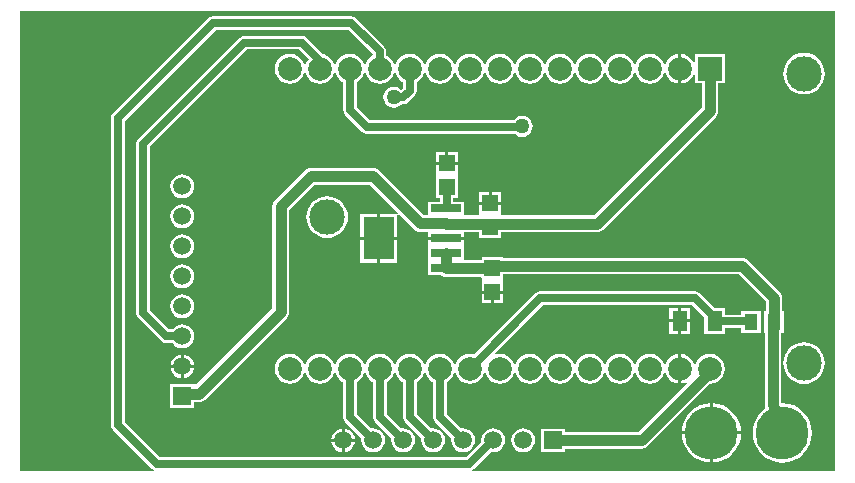
<source format=gtl>
G04*
G04 #@! TF.GenerationSoftware,Altium Limited,Altium Designer,20.2.3 (150)*
G04*
G04 Layer_Physical_Order=1*
G04 Layer_Color=255*
%FSLAX44Y44*%
%MOMM*%
G71*
G04*
G04 #@! TF.SameCoordinates,5F06F80F-724F-48A1-AB94-725DB31EE99F*
G04*
G04*
G04 #@! TF.FilePolarity,Positive*
G04*
G01*
G75*
%ADD16R,1.1325X1.3770*%
%ADD17R,1.2075X1.7010*%
%ADD18R,1.3500X1.4100*%
%ADD19R,2.5950X3.6000*%
%ADD20R,2.5950X0.6440*%
%ADD34C,0.6350*%
%ADD35C,0.8890*%
%ADD36C,3.0000*%
%ADD37C,2.0000*%
%ADD38R,2.0000X2.0000*%
%ADD39C,1.5000*%
%ADD40R,1.5000X1.5000*%
%ADD41R,1.5000X1.5000*%
%ADD42C,4.5000*%
%ADD43C,1.2700*%
G36*
X694615Y-394641D02*
X387945D01*
X387775Y-394151D01*
X387734Y-393371D01*
X389438Y-392232D01*
X403493Y-378177D01*
X405384Y-378427D01*
X408005Y-378081D01*
X410448Y-377070D01*
X412545Y-375461D01*
X414154Y-373363D01*
X415166Y-370921D01*
X415511Y-368300D01*
X415166Y-365679D01*
X414154Y-363237D01*
X412545Y-361139D01*
X410448Y-359530D01*
X408005Y-358518D01*
X405384Y-358173D01*
X402763Y-358518D01*
X400321Y-359530D01*
X398224Y-361139D01*
X396614Y-363237D01*
X395603Y-365679D01*
X395258Y-368300D01*
X395448Y-369742D01*
X382904Y-382285D01*
X123064D01*
X93457Y-352678D01*
Y-97918D01*
X170562Y-20813D01*
X282828D01*
X303410Y-41395D01*
X303289Y-42628D01*
X303258Y-42640D01*
X300638Y-44650D01*
X298628Y-47270D01*
X297569Y-49827D01*
X296195D01*
X295136Y-47270D01*
X293126Y-44650D01*
X290506Y-42640D01*
X287456Y-41377D01*
X284182Y-40946D01*
X280908Y-41377D01*
X277858Y-42640D01*
X275238Y-44650D01*
X273228Y-47270D01*
X272169Y-49827D01*
X270795D01*
X269736Y-47270D01*
X267726Y-44650D01*
X265106Y-42640D01*
X262056Y-41377D01*
X260972Y-41234D01*
X260291Y-40214D01*
X247452Y-27376D01*
X245562Y-26113D01*
X243332Y-25669D01*
X194818D01*
X192588Y-26113D01*
X190698Y-27376D01*
X104846Y-113228D01*
X103583Y-115118D01*
X103139Y-117348D01*
Y-260350D01*
X103583Y-262580D01*
X104846Y-264470D01*
X124658Y-284282D01*
X126548Y-285545D01*
X128778Y-285989D01*
X134056D01*
X135080Y-287323D01*
X137177Y-288932D01*
X139619Y-289943D01*
X142240Y-290289D01*
X144861Y-289943D01*
X147303Y-288932D01*
X149401Y-287323D01*
X151010Y-285225D01*
X152022Y-282783D01*
X152367Y-280162D01*
X152022Y-277541D01*
X151010Y-275098D01*
X149401Y-273001D01*
X147303Y-271392D01*
X144861Y-270380D01*
X142240Y-270035D01*
X139619Y-270380D01*
X137177Y-271392D01*
X135080Y-273001D01*
X134056Y-274335D01*
X131192D01*
X114793Y-257936D01*
Y-119762D01*
X197232Y-37323D01*
X240918D01*
X249147Y-45552D01*
X247828Y-47270D01*
X246769Y-49827D01*
X245395D01*
X244336Y-47270D01*
X242326Y-44650D01*
X239706Y-42640D01*
X236656Y-41377D01*
X233382Y-40946D01*
X230108Y-41377D01*
X227058Y-42640D01*
X224438Y-44650D01*
X222428Y-47270D01*
X221165Y-50320D01*
X220734Y-53594D01*
X221165Y-56868D01*
X222428Y-59918D01*
X224438Y-62538D01*
X227058Y-64548D01*
X230108Y-65811D01*
X233382Y-66242D01*
X236656Y-65811D01*
X239706Y-64548D01*
X242326Y-62538D01*
X244336Y-59918D01*
X245395Y-57361D01*
X246769D01*
X247828Y-59918D01*
X249838Y-62538D01*
X252458Y-64548D01*
X255508Y-65811D01*
X258782Y-66242D01*
X262056Y-65811D01*
X265106Y-64548D01*
X267726Y-62538D01*
X269736Y-59918D01*
X270795Y-57361D01*
X272169D01*
X273228Y-59918D01*
X275238Y-62538D01*
X277858Y-64548D01*
X278355Y-64754D01*
Y-88348D01*
X278799Y-90578D01*
X280062Y-92468D01*
X294584Y-106990D01*
X296474Y-108253D01*
X298704Y-108697D01*
X423677D01*
X423682Y-108702D01*
X425539Y-110127D01*
X427701Y-111023D01*
X430022Y-111329D01*
X432343Y-111023D01*
X434505Y-110127D01*
X436362Y-108702D01*
X437787Y-106845D01*
X438683Y-104683D01*
X438989Y-102362D01*
X438683Y-100041D01*
X437787Y-97879D01*
X436362Y-96022D01*
X434505Y-94597D01*
X432343Y-93701D01*
X430022Y-93395D01*
X427701Y-93701D01*
X425539Y-94597D01*
X423682Y-96022D01*
X422898Y-97043D01*
X301118D01*
X290009Y-85934D01*
Y-64754D01*
X290506Y-64548D01*
X293126Y-62538D01*
X295136Y-59918D01*
X296195Y-57361D01*
X297569D01*
X298628Y-59918D01*
X300638Y-62538D01*
X303258Y-64548D01*
X306308Y-65811D01*
X309582Y-66242D01*
X312856Y-65811D01*
X315906Y-64548D01*
X318526Y-62538D01*
X320536Y-59918D01*
X321595Y-57361D01*
X322969D01*
X324028Y-59918D01*
X326038Y-62538D01*
X328658Y-64548D01*
X329155Y-64754D01*
Y-69812D01*
X327613Y-71355D01*
X325793Y-69959D01*
X323631Y-69063D01*
X321310Y-68757D01*
X318989Y-69063D01*
X316827Y-69959D01*
X314970Y-71384D01*
X313545Y-73241D01*
X312649Y-75403D01*
X312343Y-77724D01*
X312649Y-80045D01*
X313545Y-82207D01*
X314970Y-84064D01*
X316827Y-85489D01*
X318989Y-86385D01*
X321310Y-86691D01*
X323631Y-86385D01*
X325793Y-85489D01*
X327650Y-84064D01*
X328044Y-83551D01*
X329484D01*
X331714Y-83107D01*
X333604Y-81844D01*
X339102Y-76346D01*
X340365Y-74456D01*
X340809Y-72226D01*
Y-64754D01*
X341306Y-64548D01*
X343926Y-62538D01*
X345936Y-59918D01*
X346995Y-57361D01*
X348369D01*
X349428Y-59918D01*
X351438Y-62538D01*
X354058Y-64548D01*
X357108Y-65811D01*
X360382Y-66242D01*
X363656Y-65811D01*
X366706Y-64548D01*
X369326Y-62538D01*
X371336Y-59918D01*
X372395Y-57361D01*
X373769D01*
X374828Y-59918D01*
X376838Y-62538D01*
X379458Y-64548D01*
X382508Y-65811D01*
X385782Y-66242D01*
X389056Y-65811D01*
X392106Y-64548D01*
X394726Y-62538D01*
X396736Y-59918D01*
X397795Y-57361D01*
X399169D01*
X400228Y-59918D01*
X402238Y-62538D01*
X404858Y-64548D01*
X407908Y-65811D01*
X411182Y-66242D01*
X414456Y-65811D01*
X417506Y-64548D01*
X420126Y-62538D01*
X422136Y-59918D01*
X423195Y-57361D01*
X424569D01*
X425628Y-59918D01*
X427638Y-62538D01*
X430258Y-64548D01*
X433308Y-65811D01*
X436582Y-66242D01*
X439856Y-65811D01*
X442906Y-64548D01*
X445526Y-62538D01*
X447536Y-59918D01*
X448595Y-57361D01*
X449969D01*
X451028Y-59918D01*
X453038Y-62538D01*
X455658Y-64548D01*
X458708Y-65811D01*
X461982Y-66242D01*
X465256Y-65811D01*
X468306Y-64548D01*
X470926Y-62538D01*
X472936Y-59918D01*
X473995Y-57361D01*
X475369D01*
X476428Y-59918D01*
X478438Y-62538D01*
X481058Y-64548D01*
X484108Y-65811D01*
X487382Y-66242D01*
X490656Y-65811D01*
X493706Y-64548D01*
X496326Y-62538D01*
X498336Y-59918D01*
X499395Y-57361D01*
X500769D01*
X501828Y-59918D01*
X503838Y-62538D01*
X506458Y-64548D01*
X509508Y-65811D01*
X512782Y-66242D01*
X516056Y-65811D01*
X519106Y-64548D01*
X521726Y-62538D01*
X523736Y-59918D01*
X524795Y-57361D01*
X526169D01*
X527228Y-59918D01*
X529238Y-62538D01*
X531858Y-64548D01*
X534908Y-65811D01*
X538182Y-66242D01*
X541456Y-65811D01*
X544506Y-64548D01*
X547126Y-62538D01*
X549136Y-59918D01*
X550195Y-57361D01*
X551569D01*
X552628Y-59918D01*
X554638Y-62538D01*
X557258Y-64548D01*
X560308Y-65811D01*
X562312Y-66075D01*
Y-53594D01*
Y-41113D01*
X560308Y-41377D01*
X557258Y-42640D01*
X554638Y-44650D01*
X552628Y-47270D01*
X551569Y-49827D01*
X550195D01*
X549136Y-47270D01*
X547126Y-44650D01*
X544506Y-42640D01*
X541456Y-41377D01*
X538182Y-40946D01*
X534908Y-41377D01*
X531858Y-42640D01*
X529238Y-44650D01*
X527228Y-47270D01*
X526169Y-49827D01*
X524795D01*
X523736Y-47270D01*
X521726Y-44650D01*
X519106Y-42640D01*
X516056Y-41377D01*
X512782Y-40946D01*
X509508Y-41377D01*
X506458Y-42640D01*
X503838Y-44650D01*
X501828Y-47270D01*
X500769Y-49827D01*
X499395D01*
X498336Y-47270D01*
X496326Y-44650D01*
X493706Y-42640D01*
X490656Y-41377D01*
X487382Y-40946D01*
X484108Y-41377D01*
X481058Y-42640D01*
X478438Y-44650D01*
X476428Y-47270D01*
X475369Y-49827D01*
X473995D01*
X472936Y-47270D01*
X470926Y-44650D01*
X468306Y-42640D01*
X465256Y-41377D01*
X461982Y-40946D01*
X458708Y-41377D01*
X455658Y-42640D01*
X453038Y-44650D01*
X451028Y-47270D01*
X449969Y-49827D01*
X448595D01*
X447536Y-47270D01*
X445526Y-44650D01*
X442906Y-42640D01*
X439856Y-41377D01*
X436582Y-40946D01*
X433308Y-41377D01*
X430258Y-42640D01*
X427638Y-44650D01*
X425628Y-47270D01*
X424569Y-49827D01*
X423195D01*
X422136Y-47270D01*
X420126Y-44650D01*
X417506Y-42640D01*
X414456Y-41377D01*
X411182Y-40946D01*
X407908Y-41377D01*
X404858Y-42640D01*
X402238Y-44650D01*
X400228Y-47270D01*
X399169Y-49827D01*
X397795D01*
X396736Y-47270D01*
X394726Y-44650D01*
X392106Y-42640D01*
X389056Y-41377D01*
X385782Y-40946D01*
X382508Y-41377D01*
X379458Y-42640D01*
X376838Y-44650D01*
X374828Y-47270D01*
X373769Y-49827D01*
X372395D01*
X371336Y-47270D01*
X369326Y-44650D01*
X366706Y-42640D01*
X363656Y-41377D01*
X360382Y-40946D01*
X357108Y-41377D01*
X354058Y-42640D01*
X351438Y-44650D01*
X349428Y-47270D01*
X348369Y-49827D01*
X346995D01*
X345936Y-47270D01*
X343926Y-44650D01*
X341306Y-42640D01*
X338256Y-41377D01*
X334982Y-40946D01*
X331708Y-41377D01*
X328658Y-42640D01*
X326038Y-44650D01*
X324028Y-47270D01*
X322969Y-49827D01*
X321595D01*
X320536Y-47270D01*
X318526Y-44650D01*
X315906Y-42640D01*
X315087Y-42301D01*
Y-39004D01*
X314643Y-36774D01*
X313380Y-34883D01*
X289362Y-10866D01*
X287472Y-9603D01*
X285242Y-9159D01*
X168148D01*
X165918Y-9603D01*
X164028Y-10866D01*
X83510Y-91384D01*
X82247Y-93274D01*
X81803Y-95504D01*
Y-355092D01*
X82247Y-357322D01*
X83510Y-359212D01*
X116530Y-392232D01*
X118234Y-393371D01*
X118193Y-394151D01*
X118023Y-394641D01*
X5155D01*
Y-5155D01*
X694615D01*
Y-394641D01*
D02*
G37*
%LPC*%
G36*
X601522Y-41054D02*
X576442D01*
Y-48554D01*
X575172Y-48806D01*
X574536Y-47270D01*
X572526Y-44650D01*
X569906Y-42640D01*
X566856Y-41377D01*
X564852Y-41113D01*
Y-53594D01*
Y-66075D01*
X566856Y-65811D01*
X569906Y-64548D01*
X572526Y-62538D01*
X574536Y-59918D01*
X575172Y-58382D01*
X576442Y-58635D01*
Y-66134D01*
X581937D01*
Y-86280D01*
X490470Y-177747D01*
X413224D01*
X412280Y-176960D01*
X412280Y-176477D01*
Y-168640D01*
X402990D01*
X393700D01*
Y-176410D01*
X393700Y-176960D01*
X392728Y-177680D01*
X381048D01*
Y-166198D01*
X371841D01*
Y-163354D01*
X375304D01*
Y-144624D01*
X375304Y-143354D01*
X375304Y-142904D01*
Y-135034D01*
X366014D01*
X356724D01*
Y-142904D01*
X356724Y-144174D01*
X356724Y-144624D01*
Y-163354D01*
X360187D01*
Y-166198D01*
X350018D01*
Y-177613D01*
X346326D01*
X308512Y-139798D01*
X307053Y-138679D01*
X305353Y-137975D01*
X303530Y-137735D01*
X250967D01*
X249144Y-137975D01*
X247444Y-138679D01*
X245985Y-139798D01*
X220570Y-165213D01*
X219451Y-166672D01*
X218747Y-168372D01*
X218507Y-170195D01*
Y-256416D01*
X153550Y-321372D01*
X152280Y-320922D01*
Y-320922D01*
X132200D01*
Y-341002D01*
X152280D01*
Y-335810D01*
X156122D01*
X157945Y-335570D01*
X159644Y-334866D01*
X161103Y-333746D01*
X230534Y-264316D01*
X231653Y-262857D01*
X232357Y-261157D01*
X232597Y-259334D01*
Y-173113D01*
X253885Y-151825D01*
X300612D01*
X324502Y-175715D01*
X323808Y-176818D01*
X322948Y-176818D01*
X309853D01*
Y-196088D01*
X324098D01*
Y-178051D01*
X324098Y-177108D01*
X325201Y-176414D01*
X338426Y-189640D01*
X339885Y-190759D01*
X341585Y-191463D01*
X343408Y-191703D01*
X350018D01*
Y-196088D01*
X381048D01*
Y-191770D01*
X393700D01*
Y-196960D01*
X412280D01*
Y-191838D01*
X493388D01*
X495211Y-191597D01*
X496910Y-190894D01*
X498369Y-189774D01*
X593964Y-94180D01*
X595083Y-92721D01*
X595787Y-91021D01*
X596027Y-89198D01*
Y-66134D01*
X601522D01*
Y-41054D01*
D02*
G37*
G36*
X668582Y-40169D02*
X665144Y-40508D01*
X661837Y-41511D01*
X658790Y-43140D01*
X656119Y-45331D01*
X653928Y-48002D01*
X652299Y-51049D01*
X651296Y-54356D01*
X650957Y-57794D01*
X651296Y-61232D01*
X652299Y-64539D01*
X653928Y-67586D01*
X656119Y-70257D01*
X658790Y-72449D01*
X661837Y-74077D01*
X665144Y-75080D01*
X668582Y-75419D01*
X672020Y-75080D01*
X675327Y-74077D01*
X678374Y-72449D01*
X681045Y-70257D01*
X683236Y-67586D01*
X684865Y-64539D01*
X685868Y-61232D01*
X686207Y-57794D01*
X685868Y-54356D01*
X684865Y-51049D01*
X683236Y-48002D01*
X681045Y-45331D01*
X678374Y-43140D01*
X675327Y-41511D01*
X672020Y-40508D01*
X668582Y-40169D01*
D02*
G37*
G36*
X375304Y-124174D02*
X367284D01*
Y-132494D01*
X375304D01*
Y-124174D01*
D02*
G37*
G36*
X364744D02*
X356724D01*
Y-132494D01*
X364744D01*
Y-124174D01*
D02*
G37*
G36*
X142240Y-143035D02*
X139619Y-143380D01*
X137177Y-144392D01*
X135080Y-146001D01*
X133470Y-148098D01*
X132459Y-150541D01*
X132114Y-153162D01*
X132459Y-155783D01*
X133470Y-158225D01*
X135080Y-160322D01*
X137177Y-161932D01*
X139619Y-162943D01*
X142240Y-163288D01*
X144861Y-162943D01*
X147303Y-161932D01*
X149401Y-160322D01*
X151010Y-158225D01*
X152022Y-155783D01*
X152367Y-153162D01*
X152022Y-150541D01*
X151010Y-148098D01*
X149401Y-146001D01*
X147303Y-144392D01*
X144861Y-143380D01*
X142240Y-143035D01*
D02*
G37*
G36*
X412280Y-157780D02*
X404260D01*
Y-166100D01*
X412280D01*
Y-157780D01*
D02*
G37*
G36*
X401720D02*
X393700D01*
Y-166100D01*
X401720D01*
Y-157780D01*
D02*
G37*
G36*
X142240Y-168435D02*
X139619Y-168780D01*
X137177Y-169792D01*
X135080Y-171401D01*
X133470Y-173498D01*
X132459Y-175941D01*
X132114Y-178562D01*
X132459Y-181183D01*
X133470Y-183625D01*
X135080Y-185723D01*
X137177Y-187332D01*
X139619Y-188343D01*
X142240Y-188689D01*
X144861Y-188343D01*
X147303Y-187332D01*
X149401Y-185723D01*
X151010Y-183625D01*
X152022Y-181183D01*
X152367Y-178562D01*
X152022Y-175941D01*
X151010Y-173498D01*
X149401Y-171401D01*
X147303Y-169792D01*
X144861Y-168780D01*
X142240Y-168435D01*
D02*
G37*
G36*
X307313Y-176818D02*
X293068D01*
Y-196088D01*
X307313D01*
Y-176818D01*
D02*
G37*
G36*
X264922Y-161699D02*
X261484Y-162038D01*
X258177Y-163041D01*
X255130Y-164669D01*
X252459Y-166861D01*
X250268Y-169532D01*
X248639Y-172579D01*
X247636Y-175886D01*
X247297Y-179324D01*
X247636Y-182762D01*
X248639Y-186069D01*
X250268Y-189116D01*
X252459Y-191787D01*
X255130Y-193979D01*
X258177Y-195607D01*
X261484Y-196610D01*
X264922Y-196949D01*
X268360Y-196610D01*
X271667Y-195607D01*
X274714Y-193979D01*
X277385Y-191787D01*
X279576Y-189116D01*
X281205Y-186069D01*
X282208Y-182762D01*
X282547Y-179324D01*
X282208Y-175886D01*
X281205Y-172579D01*
X279576Y-169532D01*
X277385Y-166861D01*
X274714Y-164669D01*
X271667Y-163041D01*
X268360Y-162038D01*
X264922Y-161699D01*
D02*
G37*
G36*
X142240Y-193835D02*
X139619Y-194180D01*
X137177Y-195192D01*
X135080Y-196801D01*
X133470Y-198899D01*
X132459Y-201341D01*
X132114Y-203962D01*
X132459Y-206583D01*
X133470Y-209025D01*
X135080Y-211122D01*
X137177Y-212732D01*
X139619Y-213743D01*
X142240Y-214088D01*
X144861Y-213743D01*
X147303Y-212732D01*
X149401Y-211122D01*
X151010Y-209025D01*
X152022Y-206583D01*
X152367Y-203962D01*
X152022Y-201341D01*
X151010Y-198899D01*
X149401Y-196801D01*
X147303Y-195192D01*
X144861Y-194180D01*
X142240Y-193835D01*
D02*
G37*
G36*
X324098Y-198628D02*
X309853D01*
Y-217898D01*
X324098D01*
Y-198628D01*
D02*
G37*
G36*
X307313D02*
X293068D01*
Y-217898D01*
X307313D01*
Y-198628D01*
D02*
G37*
G36*
X142240Y-219235D02*
X139619Y-219580D01*
X137177Y-220592D01*
X135080Y-222201D01*
X133470Y-224298D01*
X132459Y-226741D01*
X132114Y-229362D01*
X132459Y-231983D01*
X133470Y-234425D01*
X135080Y-236523D01*
X137177Y-238132D01*
X139619Y-239143D01*
X142240Y-239489D01*
X144861Y-239143D01*
X147303Y-238132D01*
X149401Y-236523D01*
X151010Y-234425D01*
X152022Y-231983D01*
X152367Y-229362D01*
X152022Y-226741D01*
X151010Y-224298D01*
X149401Y-222201D01*
X147303Y-220592D01*
X144861Y-219580D01*
X142240Y-219235D01*
D02*
G37*
G36*
X414166Y-244028D02*
X406146D01*
Y-252348D01*
X414166D01*
Y-244028D01*
D02*
G37*
G36*
X403606D02*
X395586D01*
Y-252348D01*
X403606D01*
Y-244028D01*
D02*
G37*
G36*
X142240Y-244635D02*
X139619Y-244980D01*
X137177Y-245992D01*
X135080Y-247601D01*
X133470Y-249699D01*
X132459Y-252141D01*
X132114Y-254762D01*
X132459Y-257383D01*
X133470Y-259825D01*
X135080Y-261922D01*
X137177Y-263532D01*
X139619Y-264543D01*
X142240Y-264888D01*
X144861Y-264543D01*
X147303Y-263532D01*
X149401Y-261922D01*
X151010Y-259825D01*
X152022Y-257383D01*
X152367Y-254762D01*
X152022Y-252141D01*
X151010Y-249699D01*
X149401Y-247601D01*
X147303Y-245992D01*
X144861Y-244980D01*
X142240Y-244635D01*
D02*
G37*
G36*
X571894Y-256163D02*
X564586D01*
Y-265938D01*
X571894D01*
Y-256163D01*
D02*
G37*
G36*
X562046D02*
X554739D01*
Y-265938D01*
X562046D01*
Y-256163D01*
D02*
G37*
G36*
X576055Y-242077D02*
X445472D01*
X443242Y-242521D01*
X441352Y-243784D01*
X389553Y-295583D01*
X389056Y-295377D01*
X385782Y-294946D01*
X382508Y-295377D01*
X379458Y-296640D01*
X376838Y-298650D01*
X374828Y-301270D01*
X373769Y-303827D01*
X372395D01*
X371336Y-301270D01*
X369326Y-298650D01*
X366706Y-296640D01*
X363656Y-295377D01*
X360382Y-294946D01*
X357108Y-295377D01*
X354058Y-296640D01*
X351438Y-298650D01*
X349428Y-301270D01*
X348369Y-303827D01*
X346995D01*
X345936Y-301270D01*
X343926Y-298650D01*
X341306Y-296640D01*
X338256Y-295377D01*
X334982Y-294946D01*
X331708Y-295377D01*
X328658Y-296640D01*
X326038Y-298650D01*
X324028Y-301270D01*
X322969Y-303827D01*
X321595D01*
X320536Y-301270D01*
X318526Y-298650D01*
X315906Y-296640D01*
X312856Y-295377D01*
X309582Y-294946D01*
X306308Y-295377D01*
X303258Y-296640D01*
X300638Y-298650D01*
X298628Y-301270D01*
X297569Y-303827D01*
X296195D01*
X295136Y-301270D01*
X293126Y-298650D01*
X290506Y-296640D01*
X287456Y-295377D01*
X284182Y-294946D01*
X280908Y-295377D01*
X277858Y-296640D01*
X275238Y-298650D01*
X273228Y-301270D01*
X272169Y-303827D01*
X270795D01*
X269736Y-301270D01*
X267726Y-298650D01*
X265106Y-296640D01*
X262056Y-295377D01*
X258782Y-294946D01*
X255508Y-295377D01*
X252458Y-296640D01*
X249838Y-298650D01*
X247828Y-301270D01*
X246769Y-303827D01*
X245395D01*
X244336Y-301270D01*
X242326Y-298650D01*
X239706Y-296640D01*
X236656Y-295377D01*
X233382Y-294946D01*
X230108Y-295377D01*
X227058Y-296640D01*
X224438Y-298650D01*
X222428Y-301270D01*
X221165Y-304320D01*
X220734Y-307594D01*
X221165Y-310868D01*
X222428Y-313918D01*
X224438Y-316538D01*
X227058Y-318548D01*
X230108Y-319811D01*
X233382Y-320242D01*
X236656Y-319811D01*
X239706Y-318548D01*
X242326Y-316538D01*
X244336Y-313918D01*
X245395Y-311361D01*
X246769D01*
X247828Y-313918D01*
X249838Y-316538D01*
X252458Y-318548D01*
X255508Y-319811D01*
X258782Y-320242D01*
X262056Y-319811D01*
X265106Y-318548D01*
X267726Y-316538D01*
X269736Y-313918D01*
X270795Y-311361D01*
X272169D01*
X273228Y-313918D01*
X275238Y-316538D01*
X277858Y-318548D01*
X278355Y-318754D01*
Y-348698D01*
X278799Y-350928D01*
X280062Y-352818D01*
X293877Y-366633D01*
X293658Y-368300D01*
X294003Y-370921D01*
X295014Y-373363D01*
X296624Y-375461D01*
X298721Y-377070D01*
X301163Y-378081D01*
X303784Y-378427D01*
X306405Y-378081D01*
X308848Y-377070D01*
X310945Y-375461D01*
X312554Y-373363D01*
X313566Y-370921D01*
X313911Y-368300D01*
X313566Y-365679D01*
X312554Y-363237D01*
X310945Y-361139D01*
X308848Y-359530D01*
X306405Y-358518D01*
X303784Y-358173D01*
X302118Y-358393D01*
X290009Y-346284D01*
Y-318754D01*
X290506Y-318548D01*
X293126Y-316538D01*
X295136Y-313918D01*
X296195Y-311361D01*
X297569D01*
X298628Y-313918D01*
X300638Y-316538D01*
X303258Y-318548D01*
X303755Y-318754D01*
Y-348698D01*
X304199Y-350928D01*
X305462Y-352818D01*
X319277Y-366633D01*
X319058Y-368300D01*
X319403Y-370921D01*
X320414Y-373363D01*
X322024Y-375461D01*
X324121Y-377070D01*
X326563Y-378081D01*
X329184Y-378427D01*
X331805Y-378081D01*
X334248Y-377070D01*
X336345Y-375461D01*
X337954Y-373363D01*
X338966Y-370921D01*
X339311Y-368300D01*
X338966Y-365679D01*
X337954Y-363237D01*
X336345Y-361139D01*
X334248Y-359530D01*
X331805Y-358518D01*
X329184Y-358173D01*
X327518Y-358393D01*
X315409Y-346284D01*
Y-318754D01*
X315906Y-318548D01*
X318526Y-316538D01*
X320536Y-313918D01*
X321595Y-311361D01*
X322969D01*
X324028Y-313918D01*
X326038Y-316538D01*
X328658Y-318548D01*
X329155Y-318754D01*
Y-348698D01*
X329599Y-350928D01*
X330862Y-352818D01*
X344677Y-366633D01*
X344458Y-368300D01*
X344803Y-370921D01*
X345814Y-373363D01*
X347424Y-375461D01*
X349521Y-377070D01*
X351963Y-378081D01*
X354584Y-378427D01*
X357205Y-378081D01*
X359647Y-377070D01*
X361745Y-375461D01*
X363354Y-373363D01*
X364366Y-370921D01*
X364711Y-368300D01*
X364366Y-365679D01*
X363354Y-363237D01*
X361745Y-361139D01*
X359647Y-359530D01*
X357205Y-358518D01*
X354584Y-358173D01*
X352918Y-358393D01*
X340809Y-346284D01*
Y-318754D01*
X341306Y-318548D01*
X343926Y-316538D01*
X345936Y-313918D01*
X346995Y-311361D01*
X348369D01*
X349428Y-313918D01*
X351438Y-316538D01*
X354058Y-318548D01*
X354555Y-318754D01*
Y-348698D01*
X354999Y-350928D01*
X356262Y-352818D01*
X370077Y-366633D01*
X369858Y-368300D01*
X370203Y-370921D01*
X371214Y-373363D01*
X372824Y-375461D01*
X374921Y-377070D01*
X377363Y-378081D01*
X379984Y-378427D01*
X382605Y-378081D01*
X385047Y-377070D01*
X387145Y-375461D01*
X388754Y-373363D01*
X389766Y-370921D01*
X390111Y-368300D01*
X389766Y-365679D01*
X388754Y-363237D01*
X387145Y-361139D01*
X385047Y-359530D01*
X382605Y-358518D01*
X379984Y-358173D01*
X378318Y-358393D01*
X366209Y-346284D01*
Y-318754D01*
X366706Y-318548D01*
X369326Y-316538D01*
X371336Y-313918D01*
X372395Y-311361D01*
X373769D01*
X374828Y-313918D01*
X376838Y-316538D01*
X379458Y-318548D01*
X382508Y-319811D01*
X385782Y-320242D01*
X389056Y-319811D01*
X392106Y-318548D01*
X394726Y-316538D01*
X396736Y-313918D01*
X397795Y-311361D01*
X399169D01*
X400228Y-313918D01*
X402238Y-316538D01*
X404858Y-318548D01*
X407908Y-319811D01*
X411182Y-320242D01*
X414456Y-319811D01*
X417506Y-318548D01*
X420126Y-316538D01*
X422136Y-313918D01*
X423195Y-311361D01*
X424569D01*
X425628Y-313918D01*
X427638Y-316538D01*
X430258Y-318548D01*
X433308Y-319811D01*
X436582Y-320242D01*
X439856Y-319811D01*
X442906Y-318548D01*
X445526Y-316538D01*
X447536Y-313918D01*
X448595Y-311361D01*
X449969D01*
X451028Y-313918D01*
X453038Y-316538D01*
X455658Y-318548D01*
X458708Y-319811D01*
X461982Y-320242D01*
X465256Y-319811D01*
X468306Y-318548D01*
X470926Y-316538D01*
X472936Y-313918D01*
X473995Y-311361D01*
X475369D01*
X476428Y-313918D01*
X478438Y-316538D01*
X481058Y-318548D01*
X484108Y-319811D01*
X487382Y-320242D01*
X490656Y-319811D01*
X493706Y-318548D01*
X496326Y-316538D01*
X498336Y-313918D01*
X499395Y-311361D01*
X500769D01*
X501828Y-313918D01*
X503838Y-316538D01*
X506458Y-318548D01*
X509508Y-319811D01*
X512782Y-320242D01*
X516056Y-319811D01*
X519106Y-318548D01*
X521726Y-316538D01*
X523736Y-313918D01*
X524795Y-311361D01*
X526169D01*
X527228Y-313918D01*
X529238Y-316538D01*
X531858Y-318548D01*
X534908Y-319811D01*
X538182Y-320242D01*
X541456Y-319811D01*
X544506Y-318548D01*
X547126Y-316538D01*
X549136Y-313918D01*
X550195Y-311361D01*
X551569D01*
X552628Y-313918D01*
X554638Y-316538D01*
X557258Y-318548D01*
X560308Y-319811D01*
X562312Y-320075D01*
Y-307594D01*
Y-295113D01*
X560308Y-295377D01*
X557258Y-296640D01*
X554638Y-298650D01*
X552628Y-301270D01*
X551569Y-303827D01*
X550195D01*
X549136Y-301270D01*
X547126Y-298650D01*
X544506Y-296640D01*
X541456Y-295377D01*
X538182Y-294946D01*
X534908Y-295377D01*
X531858Y-296640D01*
X529238Y-298650D01*
X527228Y-301270D01*
X526169Y-303827D01*
X524795D01*
X523736Y-301270D01*
X521726Y-298650D01*
X519106Y-296640D01*
X516056Y-295377D01*
X512782Y-294946D01*
X509508Y-295377D01*
X506458Y-296640D01*
X503838Y-298650D01*
X501828Y-301270D01*
X500769Y-303827D01*
X499395D01*
X498336Y-301270D01*
X496326Y-298650D01*
X493706Y-296640D01*
X490656Y-295377D01*
X487382Y-294946D01*
X484108Y-295377D01*
X481058Y-296640D01*
X478438Y-298650D01*
X476428Y-301270D01*
X475369Y-303827D01*
X473995D01*
X472936Y-301270D01*
X470926Y-298650D01*
X468306Y-296640D01*
X465256Y-295377D01*
X461982Y-294946D01*
X458708Y-295377D01*
X455658Y-296640D01*
X453038Y-298650D01*
X451028Y-301270D01*
X449969Y-303827D01*
X448595D01*
X447536Y-301270D01*
X445526Y-298650D01*
X442906Y-296640D01*
X439856Y-295377D01*
X436582Y-294946D01*
X433308Y-295377D01*
X430258Y-296640D01*
X427638Y-298650D01*
X425628Y-301270D01*
X424569Y-303827D01*
X423195D01*
X422136Y-301270D01*
X420126Y-298650D01*
X417506Y-296640D01*
X414456Y-295377D01*
X411182Y-294946D01*
X408055Y-295357D01*
X407554Y-294846D01*
X407240Y-294377D01*
X447886Y-253731D01*
X573641D01*
X584314Y-264404D01*
Y-278253D01*
X601469D01*
Y-273416D01*
X615611D01*
Y-277395D01*
X632016D01*
Y-258545D01*
X615611D01*
Y-261762D01*
X601469D01*
Y-256163D01*
X592554D01*
X580175Y-243784D01*
X578285Y-242521D01*
X576055Y-242077D01*
D02*
G37*
G36*
X571894Y-268478D02*
X564586D01*
Y-278253D01*
X571894D01*
Y-268478D01*
D02*
G37*
G36*
X562046D02*
X554739D01*
Y-278253D01*
X562046D01*
Y-268478D01*
D02*
G37*
G36*
X588982Y-294946D02*
X585708Y-295377D01*
X582658Y-296640D01*
X580038Y-298650D01*
X578028Y-301270D01*
X576969Y-303827D01*
X575595D01*
X574536Y-301270D01*
X572526Y-298650D01*
X569906Y-296640D01*
X566856Y-295377D01*
X564852Y-295113D01*
Y-307594D01*
Y-320075D01*
X566856Y-319811D01*
X568541Y-319113D01*
X569261Y-320190D01*
X528196Y-361255D01*
X466224D01*
Y-358260D01*
X446144D01*
Y-378340D01*
X466224D01*
Y-375345D01*
X531114D01*
X532938Y-375105D01*
X534637Y-374401D01*
X536096Y-373282D01*
X589159Y-320219D01*
X592256Y-319811D01*
X595306Y-318548D01*
X597926Y-316538D01*
X599936Y-313918D01*
X601199Y-310868D01*
X601630Y-307594D01*
X601199Y-304320D01*
X599936Y-301270D01*
X597926Y-298650D01*
X595306Y-296640D01*
X592256Y-295377D01*
X588982Y-294946D01*
D02*
G37*
G36*
X143510Y-295602D02*
Y-304292D01*
X152200D01*
X152022Y-302941D01*
X151010Y-300499D01*
X149401Y-298401D01*
X147303Y-296792D01*
X144861Y-295780D01*
X143510Y-295602D01*
D02*
G37*
G36*
X140970D02*
X139619Y-295780D01*
X137177Y-296792D01*
X135080Y-298401D01*
X133470Y-300499D01*
X132459Y-302941D01*
X132281Y-304292D01*
X140970D01*
Y-295602D01*
D02*
G37*
G36*
X152200Y-306832D02*
X143510D01*
Y-315521D01*
X144861Y-315343D01*
X147303Y-314332D01*
X149401Y-312722D01*
X151010Y-310625D01*
X152022Y-308183D01*
X152200Y-306832D01*
D02*
G37*
G36*
X140970D02*
X132281D01*
X132459Y-308183D01*
X133470Y-310625D01*
X135080Y-312722D01*
X137177Y-314332D01*
X139619Y-315343D01*
X140970Y-315521D01*
Y-306832D01*
D02*
G37*
G36*
X668582Y-285269D02*
X665144Y-285608D01*
X661837Y-286611D01*
X658790Y-288239D01*
X656119Y-290431D01*
X653928Y-293102D01*
X652299Y-296149D01*
X651296Y-299456D01*
X650957Y-302894D01*
X651296Y-306332D01*
X652299Y-309639D01*
X653928Y-312686D01*
X656119Y-315357D01*
X658790Y-317549D01*
X661837Y-319177D01*
X665144Y-320180D01*
X668582Y-320519D01*
X672020Y-320180D01*
X675327Y-319177D01*
X678374Y-317549D01*
X681045Y-315357D01*
X683236Y-312686D01*
X684865Y-309639D01*
X685868Y-306332D01*
X686207Y-302894D01*
X685868Y-299456D01*
X684865Y-296149D01*
X683236Y-293102D01*
X681045Y-290431D01*
X678374Y-288239D01*
X675327Y-286611D01*
X672020Y-285608D01*
X668582Y-285269D01*
D02*
G37*
G36*
X591538Y-336914D02*
Y-360680D01*
X615304D01*
X614945Y-357042D01*
X613514Y-352321D01*
X611189Y-347971D01*
X608060Y-344159D01*
X604247Y-341029D01*
X599897Y-338704D01*
X595177Y-337272D01*
X591538Y-336914D01*
D02*
G37*
G36*
X588998Y-336914D02*
X585359Y-337272D01*
X580639Y-338704D01*
X576289Y-341029D01*
X572476Y-344159D01*
X569347Y-347971D01*
X567022Y-352321D01*
X565590Y-357042D01*
X565232Y-360680D01*
X588998D01*
Y-336914D01*
D02*
G37*
G36*
X279654Y-358340D02*
Y-367030D01*
X288344D01*
X288166Y-365679D01*
X287154Y-363237D01*
X285545Y-361139D01*
X283447Y-359530D01*
X281005Y-358518D01*
X279654Y-358340D01*
D02*
G37*
G36*
X277114D02*
X275763Y-358518D01*
X273321Y-359530D01*
X271224Y-361139D01*
X269614Y-363237D01*
X268603Y-365679D01*
X268425Y-367030D01*
X277114D01*
Y-358340D01*
D02*
G37*
G36*
X288344Y-369570D02*
X279654D01*
Y-378259D01*
X281005Y-378081D01*
X283447Y-377070D01*
X285545Y-375461D01*
X287154Y-373363D01*
X288166Y-370921D01*
X288344Y-369570D01*
D02*
G37*
G36*
X277114D02*
X268425D01*
X268603Y-370921D01*
X269614Y-373363D01*
X271224Y-375461D01*
X273321Y-377070D01*
X275763Y-378081D01*
X277114Y-378259D01*
Y-369570D01*
D02*
G37*
G36*
X430784Y-358173D02*
X428163Y-358518D01*
X425721Y-359530D01*
X423624Y-361139D01*
X422014Y-363237D01*
X421003Y-365679D01*
X420658Y-368300D01*
X421003Y-370921D01*
X422014Y-373363D01*
X423624Y-375461D01*
X425721Y-377070D01*
X428163Y-378081D01*
X430784Y-378427D01*
X433405Y-378081D01*
X435848Y-377070D01*
X437945Y-375461D01*
X439554Y-373363D01*
X440566Y-370921D01*
X440911Y-368300D01*
X440566Y-365679D01*
X439554Y-363237D01*
X437945Y-361139D01*
X435848Y-359530D01*
X433405Y-358518D01*
X430784Y-358173D01*
D02*
G37*
G36*
X588998Y-363220D02*
X565232D01*
X565590Y-366859D01*
X567022Y-371579D01*
X569347Y-375929D01*
X572476Y-379742D01*
X576289Y-382871D01*
X580639Y-385196D01*
X585359Y-386628D01*
X588998Y-386986D01*
Y-363220D01*
D02*
G37*
G36*
X615304D02*
X591538D01*
Y-386986D01*
X595177Y-386628D01*
X599897Y-385196D01*
X604247Y-382871D01*
X608060Y-379742D01*
X611189Y-375929D01*
X613514Y-371579D01*
X614945Y-366859D01*
X615304Y-363220D01*
D02*
G37*
G36*
X381048Y-198628D02*
X350018D01*
Y-203118D01*
X350018Y-203118D01*
Y-204298D01*
X350018D01*
X350018Y-204388D01*
Y-215818D01*
X350018D01*
Y-216998D01*
X350018D01*
Y-228518D01*
X361565D01*
X362010Y-228859D01*
X363709Y-229563D01*
X365533Y-229803D01*
X394688D01*
X395586Y-230701D01*
X395586Y-233168D01*
X395586Y-233618D01*
Y-241488D01*
X404876D01*
X414166D01*
Y-233618D01*
X414166Y-232348D01*
X414166Y-231898D01*
Y-227771D01*
X613286D01*
X636094Y-250579D01*
Y-258545D01*
X634936D01*
Y-277395D01*
X635321D01*
Y-338688D01*
X635561Y-340511D01*
X635906Y-341344D01*
X632477Y-344159D01*
X629347Y-347971D01*
X627022Y-352321D01*
X625591Y-357042D01*
X625107Y-361950D01*
X625591Y-366859D01*
X627022Y-371579D01*
X629347Y-375929D01*
X632477Y-379742D01*
X636289Y-382871D01*
X640639Y-385196D01*
X645359Y-386628D01*
X650268Y-387111D01*
X655177Y-386628D01*
X659897Y-385196D01*
X664247Y-382871D01*
X668060Y-379742D01*
X671189Y-375929D01*
X673514Y-371579D01*
X674946Y-366859D01*
X675429Y-361950D01*
X674946Y-357042D01*
X673514Y-352321D01*
X671189Y-347971D01*
X668060Y-344159D01*
X664247Y-341029D01*
X659897Y-338704D01*
X655177Y-337272D01*
X650268Y-336789D01*
X649411Y-335688D01*
Y-277395D01*
X651341D01*
Y-258545D01*
X650184D01*
Y-247661D01*
X649944Y-245837D01*
X649240Y-244138D01*
X648121Y-242679D01*
X621186Y-215744D01*
X619727Y-214625D01*
X618027Y-213921D01*
X616204Y-213681D01*
X414166D01*
Y-213168D01*
X395586D01*
Y-215713D01*
X381048D01*
Y-204388D01*
X381048Y-204298D01*
X381048D01*
Y-203118D01*
X381048D01*
Y-198628D01*
D02*
G37*
%LPD*%
D16*
X623813Y-267970D02*
D03*
X643139D02*
D03*
D17*
X592892Y-267208D02*
D03*
X563316D02*
D03*
D18*
X366014Y-153764D02*
D03*
Y-133764D02*
D03*
X404876Y-242759D02*
D03*
Y-222758D02*
D03*
X402990Y-167370D02*
D03*
Y-187370D02*
D03*
D19*
X308583Y-197358D02*
D03*
D20*
X365533Y-171958D02*
D03*
Y-184658D02*
D03*
Y-197358D02*
D03*
Y-210058D02*
D03*
Y-222758D02*
D03*
D34*
X366014Y-171913D02*
Y-153764D01*
X365969Y-171958D02*
X366014Y-171913D01*
X365533Y-171958D02*
X365969D01*
X385782Y-307594D02*
X445472Y-247904D01*
X576055D01*
X592891Y-267208D02*
Y-264741D01*
X576055Y-247904D02*
X592891Y-264741D01*
Y-267208D02*
X593272Y-267589D01*
X623433D01*
X623814Y-267970D01*
X385318Y-388112D02*
X405130Y-368300D01*
X87630Y-355092D02*
X120650Y-388112D01*
X385318D01*
X405130Y-368300D02*
X405384D01*
X108966Y-260350D02*
Y-117348D01*
X194818Y-31496D02*
X243332D01*
X108966Y-117348D02*
X194818Y-31496D01*
X243332D02*
X256170Y-44334D01*
Y-50982D02*
X258782Y-53594D01*
X256170Y-50982D02*
Y-44334D01*
X87630Y-95504D02*
X168148Y-14986D01*
X285242D02*
X309260Y-39004D01*
X168148Y-14986D02*
X285242D01*
X309260Y-53272D02*
X309582Y-53594D01*
X309260Y-53272D02*
Y-39004D01*
X284182Y-88348D02*
Y-53594D01*
X298704Y-102870D02*
X429514D01*
X284182Y-88348D02*
X298704Y-102870D01*
X429514D02*
X430022Y-102362D01*
X329484Y-77724D02*
X334982Y-72226D01*
Y-53594D01*
X321310Y-77724D02*
X329484D01*
X108966Y-260350D02*
X128778Y-280162D01*
X142240D01*
X87630Y-355092D02*
Y-95504D01*
X360382Y-348698D02*
Y-307594D01*
Y-348698D02*
X379984Y-368300D01*
X284182Y-348698D02*
Y-307594D01*
Y-348698D02*
X303784Y-368300D01*
X309582Y-348698D02*
Y-307594D01*
Y-348698D02*
X329184Y-368300D01*
X334982Y-348698D02*
Y-307594D01*
Y-348698D02*
X354584Y-368300D01*
D35*
X404876Y-222758D02*
X406908Y-220726D01*
X616204D01*
X643139Y-247661D01*
X365533Y-222758D02*
X404876D01*
X365533D02*
Y-210058D01*
X643139Y-267970D02*
Y-247661D01*
X642366Y-268743D02*
X643139Y-267970D01*
X643359Y-355041D02*
X650268Y-361950D01*
X643359Y-355041D02*
Y-339680D01*
X642366Y-338688D02*
X643359Y-339680D01*
X642366Y-338688D02*
Y-268743D01*
X250967Y-144780D02*
X303530D01*
X343408Y-184658D01*
X365533D01*
X365533Y-184658D01*
X365600Y-184725D01*
X403285D02*
X403352Y-184792D01*
X365600Y-184725D02*
X403285D01*
X403352Y-184792D02*
X493388D01*
X588982Y-89198D02*
Y-53594D01*
X493388Y-184792D02*
X588982Y-89198D01*
X225552Y-259334D02*
Y-170195D01*
X142240Y-330962D02*
X144438Y-328764D01*
X156122D02*
X225552Y-259334D01*
X144438Y-328764D02*
X156122D01*
X225552Y-170195D02*
X250967Y-144780D01*
X456184Y-368300D02*
X531114D01*
X588982Y-310432D01*
Y-307594D01*
D36*
X668582Y-57794D02*
D03*
X264922Y-179324D02*
D03*
X668582Y-302894D02*
D03*
D37*
X233382Y-307594D02*
D03*
X258782D02*
D03*
X284182D02*
D03*
X309582D02*
D03*
X334982D02*
D03*
X360382D02*
D03*
X385782D02*
D03*
X411182D02*
D03*
X436582D02*
D03*
X461982D02*
D03*
X487382D02*
D03*
X512782D02*
D03*
X538182D02*
D03*
X563582D02*
D03*
X588982D02*
D03*
X233382Y-53594D02*
D03*
X258782D02*
D03*
X284182D02*
D03*
X309582D02*
D03*
X334982D02*
D03*
X360382D02*
D03*
X385782D02*
D03*
X411182D02*
D03*
X436582D02*
D03*
X461982D02*
D03*
X487382D02*
D03*
X512782D02*
D03*
X538182D02*
D03*
X563582D02*
D03*
D38*
X588982D02*
D03*
D39*
X142240Y-153162D02*
D03*
Y-178562D02*
D03*
Y-203962D02*
D03*
Y-229362D02*
D03*
Y-254762D02*
D03*
Y-280162D02*
D03*
Y-305562D02*
D03*
X430784Y-368300D02*
D03*
X405384D02*
D03*
X379984D02*
D03*
X354584D02*
D03*
X329184D02*
D03*
X303784D02*
D03*
X278384D02*
D03*
D40*
X142240Y-330962D02*
D03*
D41*
X456184Y-368300D02*
D03*
D42*
X590268Y-361950D02*
D03*
X650268D02*
D03*
D43*
X430022Y-102362D02*
D03*
X321310Y-77724D02*
D03*
M02*

</source>
